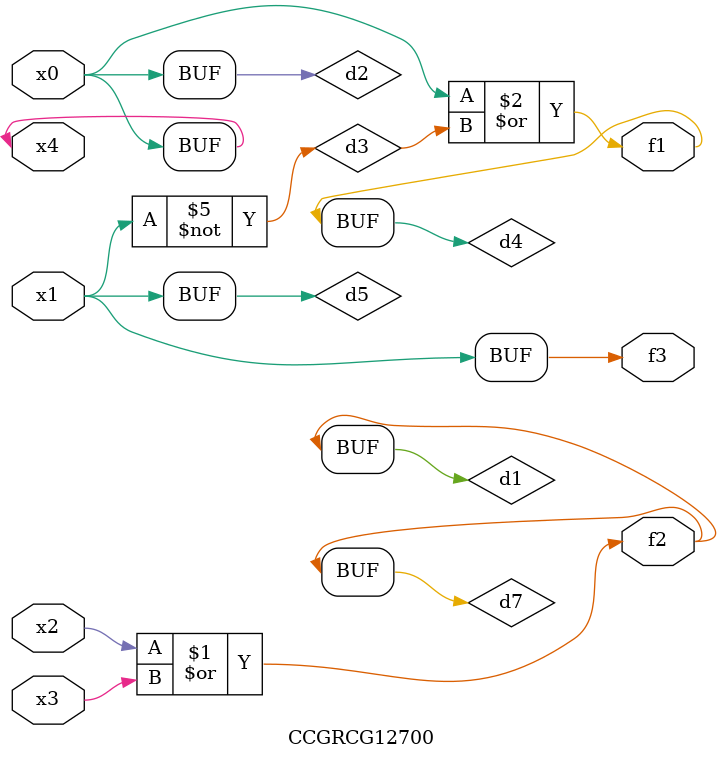
<source format=v>
module CCGRCG12700(
	input x0, x1, x2, x3, x4,
	output f1, f2, f3
);

	wire d1, d2, d3, d4, d5, d6, d7;

	or (d1, x2, x3);
	buf (d2, x0, x4);
	not (d3, x1);
	or (d4, d2, d3);
	not (d5, d3);
	nand (d6, d1, d3);
	or (d7, d1);
	assign f1 = d4;
	assign f2 = d7;
	assign f3 = d5;
endmodule

</source>
